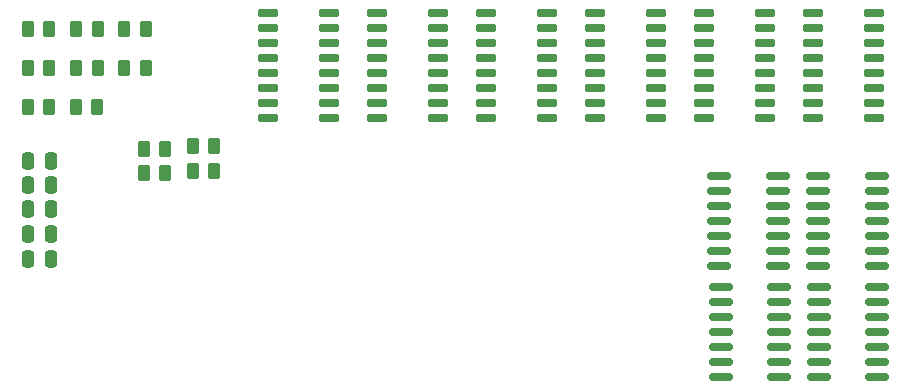
<source format=gbr>
%TF.GenerationSoftware,KiCad,Pcbnew,8.0.4+dfsg-1*%
%TF.CreationDate,2024-12-19T01:54:21-05:00*%
%TF.ProjectId,VGA_SRAM_Shield,5647415f-5352-4414-9d5f-536869656c64,rev?*%
%TF.SameCoordinates,Original*%
%TF.FileFunction,Paste,Bot*%
%TF.FilePolarity,Positive*%
%FSLAX46Y46*%
G04 Gerber Fmt 4.6, Leading zero omitted, Abs format (unit mm)*
G04 Created by KiCad (PCBNEW 8.0.4+dfsg-1) date 2024-12-19 01:54:21*
%MOMM*%
%LPD*%
G01*
G04 APERTURE LIST*
G04 Aperture macros list*
%AMRoundRect*
0 Rectangle with rounded corners*
0 $1 Rounding radius*
0 $2 $3 $4 $5 $6 $7 $8 $9 X,Y pos of 4 corners*
0 Add a 4 corners polygon primitive as box body*
4,1,4,$2,$3,$4,$5,$6,$7,$8,$9,$2,$3,0*
0 Add four circle primitives for the rounded corners*
1,1,$1+$1,$2,$3*
1,1,$1+$1,$4,$5*
1,1,$1+$1,$6,$7*
1,1,$1+$1,$8,$9*
0 Add four rect primitives between the rounded corners*
20,1,$1+$1,$2,$3,$4,$5,0*
20,1,$1+$1,$4,$5,$6,$7,0*
20,1,$1+$1,$6,$7,$8,$9,0*
20,1,$1+$1,$8,$9,$2,$3,0*%
G04 Aperture macros list end*
%ADD10RoundRect,0.150000X0.725000X0.150000X-0.725000X0.150000X-0.725000X-0.150000X0.725000X-0.150000X0*%
%ADD11RoundRect,0.250000X-0.250000X-0.475000X0.250000X-0.475000X0.250000X0.475000X-0.250000X0.475000X0*%
%ADD12RoundRect,0.250000X0.262500X0.450000X-0.262500X0.450000X-0.262500X-0.450000X0.262500X-0.450000X0*%
%ADD13RoundRect,0.250000X-0.262500X-0.450000X0.262500X-0.450000X0.262500X0.450000X-0.262500X0.450000X0*%
%ADD14RoundRect,0.150000X0.825000X0.150000X-0.825000X0.150000X-0.825000X-0.150000X0.825000X-0.150000X0*%
G04 APERTURE END LIST*
D10*
%TO.C,U10*%
X118074000Y-136812600D03*
X118074000Y-138082600D03*
X118074000Y-139352600D03*
X118074000Y-140622600D03*
X118074000Y-141892600D03*
X118074000Y-143162600D03*
X118074000Y-144432600D03*
X118074000Y-145702600D03*
X112924000Y-145702600D03*
X112924000Y-144432600D03*
X112924000Y-143162600D03*
X112924000Y-141892600D03*
X112924000Y-140622600D03*
X112924000Y-139352600D03*
X112924000Y-138082600D03*
X112924000Y-136812600D03*
%TD*%
D11*
%TO.C,C8*%
X46482000Y-157632400D03*
X48382000Y-157632400D03*
%TD*%
D10*
%TO.C,U4*%
X99625200Y-136812600D03*
X99625200Y-138082600D03*
X99625200Y-139352600D03*
X99625200Y-140622600D03*
X99625200Y-141892600D03*
X99625200Y-143162600D03*
X99625200Y-144432600D03*
X99625200Y-145702600D03*
X94475200Y-145702600D03*
X94475200Y-144432600D03*
X94475200Y-143162600D03*
X94475200Y-141892600D03*
X94475200Y-140622600D03*
X94475200Y-139352600D03*
X94475200Y-138082600D03*
X94475200Y-136812600D03*
%TD*%
D12*
%TO.C,R1*%
X48260000Y-144780000D03*
X46435000Y-144780000D03*
%TD*%
D11*
%TO.C,C7*%
X46482000Y-155549600D03*
X48382000Y-155549600D03*
%TD*%
D13*
%TO.C,R8*%
X50546000Y-138176000D03*
X52371000Y-138176000D03*
%TD*%
D14*
%TO.C,U19*%
X109934800Y-150622000D03*
X109934800Y-151892000D03*
X109934800Y-153162000D03*
X109934800Y-154432000D03*
X109934800Y-155702000D03*
X109934800Y-156972000D03*
X109934800Y-158242000D03*
X104984800Y-158242000D03*
X104984800Y-156972000D03*
X104984800Y-155702000D03*
X104984800Y-154432000D03*
X104984800Y-153162000D03*
X104984800Y-151892000D03*
X104984800Y-150622000D03*
%TD*%
D10*
%TO.C,U5*%
X90400800Y-136812600D03*
X90400800Y-138082600D03*
X90400800Y-139352600D03*
X90400800Y-140622600D03*
X90400800Y-141892600D03*
X90400800Y-143162600D03*
X90400800Y-144432600D03*
X90400800Y-145702600D03*
X85250800Y-145702600D03*
X85250800Y-144432600D03*
X85250800Y-143162600D03*
X85250800Y-141892600D03*
X85250800Y-140622600D03*
X85250800Y-139352600D03*
X85250800Y-138082600D03*
X85250800Y-136812600D03*
%TD*%
D12*
%TO.C,R4*%
X56435000Y-138176000D03*
X54610000Y-138176000D03*
%TD*%
D14*
%TO.C,U16*%
X110039400Y-160045400D03*
X110039400Y-161315400D03*
X110039400Y-162585400D03*
X110039400Y-163855400D03*
X110039400Y-165125400D03*
X110039400Y-166395400D03*
X110039400Y-167665400D03*
X105089400Y-167665400D03*
X105089400Y-166395400D03*
X105089400Y-165125400D03*
X105089400Y-163855400D03*
X105089400Y-162585400D03*
X105089400Y-161315400D03*
X105089400Y-160045400D03*
%TD*%
D12*
%TO.C,R9*%
X58062500Y-148336000D03*
X56237500Y-148336000D03*
%TD*%
%TO.C,R2*%
X52324000Y-144780000D03*
X50499000Y-144780000D03*
%TD*%
D10*
%TO.C,U3*%
X108849600Y-136812600D03*
X108849600Y-138082600D03*
X108849600Y-139352600D03*
X108849600Y-140622600D03*
X108849600Y-141892600D03*
X108849600Y-143162600D03*
X108849600Y-144432600D03*
X108849600Y-145702600D03*
X103699600Y-145702600D03*
X103699600Y-144432600D03*
X103699600Y-143162600D03*
X103699600Y-141892600D03*
X103699600Y-140622600D03*
X103699600Y-139352600D03*
X103699600Y-138082600D03*
X103699600Y-136812600D03*
%TD*%
D11*
%TO.C,C5*%
X46482000Y-153466800D03*
X48382000Y-153466800D03*
%TD*%
D14*
%TO.C,U15*%
X118364000Y-160020000D03*
X118364000Y-161290000D03*
X118364000Y-162560000D03*
X118364000Y-163830000D03*
X118364000Y-165100000D03*
X118364000Y-166370000D03*
X118364000Y-167640000D03*
X113414000Y-167640000D03*
X113414000Y-166370000D03*
X113414000Y-165100000D03*
X113414000Y-163830000D03*
X113414000Y-162560000D03*
X113414000Y-161290000D03*
X113414000Y-160020000D03*
%TD*%
D10*
%TO.C,U6*%
X81176400Y-136812600D03*
X81176400Y-138082600D03*
X81176400Y-139352600D03*
X81176400Y-140622600D03*
X81176400Y-141892600D03*
X81176400Y-143162600D03*
X81176400Y-144432600D03*
X81176400Y-145702600D03*
X76026400Y-145702600D03*
X76026400Y-144432600D03*
X76026400Y-143162600D03*
X76026400Y-141892600D03*
X76026400Y-140622600D03*
X76026400Y-139352600D03*
X76026400Y-138082600D03*
X76026400Y-136812600D03*
%TD*%
D13*
%TO.C,R5*%
X46435000Y-141478000D03*
X48260000Y-141478000D03*
%TD*%
D12*
%TO.C,R10*%
X58062500Y-150368000D03*
X56237500Y-150368000D03*
%TD*%
D13*
%TO.C,R7*%
X46435000Y-138176000D03*
X48260000Y-138176000D03*
%TD*%
D11*
%TO.C,C3*%
X46482000Y-151409400D03*
X48382000Y-151409400D03*
%TD*%
D13*
%TO.C,R11*%
X60405000Y-150190200D03*
X62230000Y-150190200D03*
%TD*%
D14*
%TO.C,U17*%
X118316800Y-150622000D03*
X118316800Y-151892000D03*
X118316800Y-153162000D03*
X118316800Y-154432000D03*
X118316800Y-155702000D03*
X118316800Y-156972000D03*
X118316800Y-158242000D03*
X113366800Y-158242000D03*
X113366800Y-156972000D03*
X113366800Y-155702000D03*
X113366800Y-154432000D03*
X113366800Y-153162000D03*
X113366800Y-151892000D03*
X113366800Y-150622000D03*
%TD*%
D11*
%TO.C,C2*%
X46482000Y-149352000D03*
X48382000Y-149352000D03*
%TD*%
D12*
%TO.C,R6*%
X52371000Y-141478000D03*
X50546000Y-141478000D03*
%TD*%
D13*
%TO.C,R12*%
X60405000Y-148082000D03*
X62230000Y-148082000D03*
%TD*%
%TO.C,R3*%
X54610000Y-141478000D03*
X56435000Y-141478000D03*
%TD*%
D10*
%TO.C,U7*%
X71952000Y-136812600D03*
X71952000Y-138082600D03*
X71952000Y-139352600D03*
X71952000Y-140622600D03*
X71952000Y-141892600D03*
X71952000Y-143162600D03*
X71952000Y-144432600D03*
X71952000Y-145702600D03*
X66802000Y-145702600D03*
X66802000Y-144432600D03*
X66802000Y-143162600D03*
X66802000Y-141892600D03*
X66802000Y-140622600D03*
X66802000Y-139352600D03*
X66802000Y-138082600D03*
X66802000Y-136812600D03*
%TD*%
M02*

</source>
